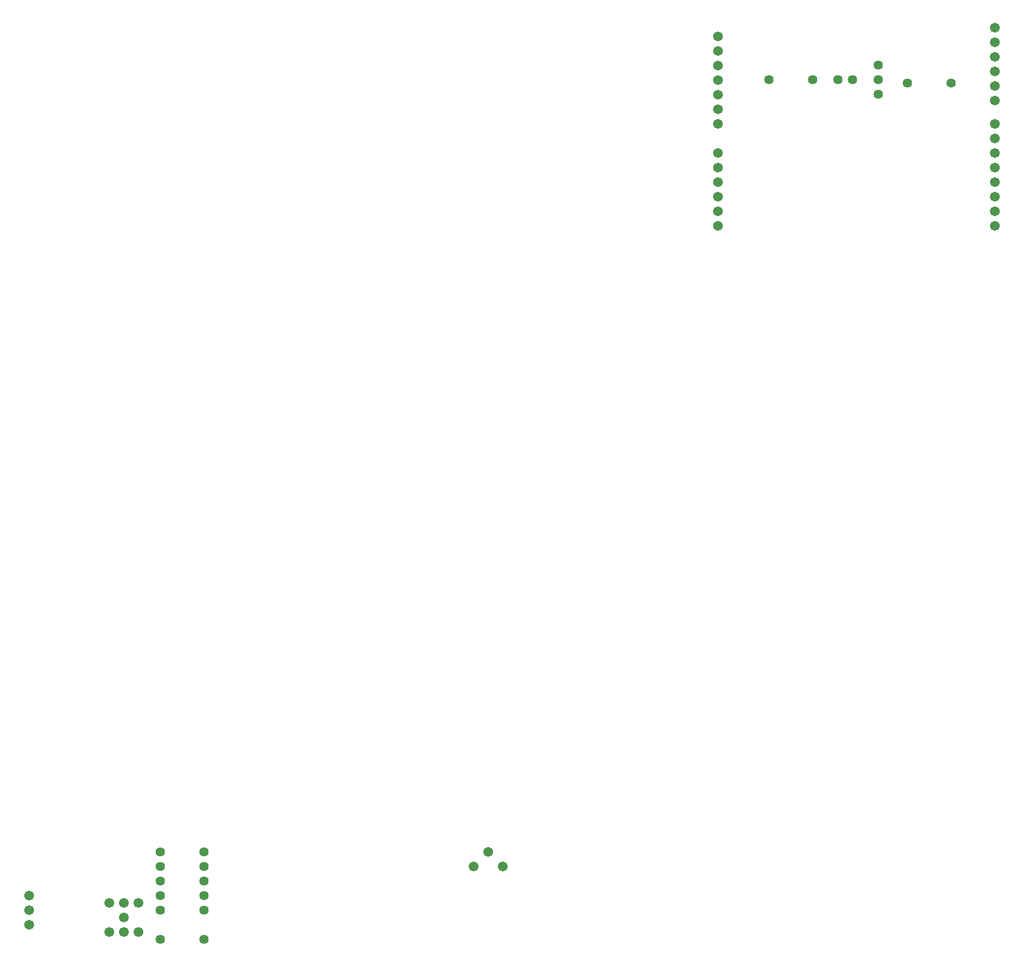
<source format=gbr>
G04 EAGLE Gerber RS-274X export*
G75*
%MOIN*%
%FSLAX35Y35*%
%LPD*%
%INSolder stop mask CMP*%
%IPPOS*%
%AMOC8*
5,1,8,0,0,1.08239X$1,22.5*%
G01*
G04 Define Apertures*
%ADD10C,0.067370*%
%ADD11C,0.064000*%
D10*
X377500Y214531D03*
X377500Y224531D03*
X377500Y234531D03*
X377500Y244531D03*
X377500Y254531D03*
X377500Y264531D03*
X377500Y284531D03*
X377500Y294531D03*
X377500Y304531D03*
X377500Y314531D03*
X377500Y324531D03*
X377500Y334531D03*
X377500Y344531D03*
X567500Y214531D03*
X567500Y224531D03*
X567500Y234531D03*
X567500Y244531D03*
X567500Y254531D03*
X567500Y264531D03*
X567500Y274531D03*
X567500Y284531D03*
X567500Y300531D03*
X567500Y310531D03*
X567500Y320531D03*
X567500Y330531D03*
X567500Y340531D03*
X567500Y350531D03*
D11*
X537500Y312500D03*
X507500Y312500D03*
X442500Y315000D03*
X412500Y315000D03*
X460000Y315000D03*
X470000Y315000D03*
X487500Y305000D03*
X487500Y315000D03*
X487500Y325000D03*
X-5000Y-215000D03*
X25000Y-215000D03*
X-5000Y-225000D03*
X25000Y-225000D03*
X-5000Y-235000D03*
X25000Y-235000D03*
X-5000Y-245000D03*
X25000Y-245000D03*
X-5000Y-255000D03*
X25000Y-255000D03*
X-5000Y-275000D03*
X25000Y-275000D03*
D10*
X-40000Y-250000D03*
X-30000Y-250000D03*
X-20000Y-250000D03*
X-30000Y-260000D03*
X-40000Y-270000D03*
X-30000Y-270000D03*
X-20000Y-270000D03*
X-95000Y-245000D03*
X-95000Y-255000D03*
X-95000Y-265000D03*
X210000Y-225000D03*
X230000Y-225000D03*
X220000Y-215000D03*
M02*

</source>
